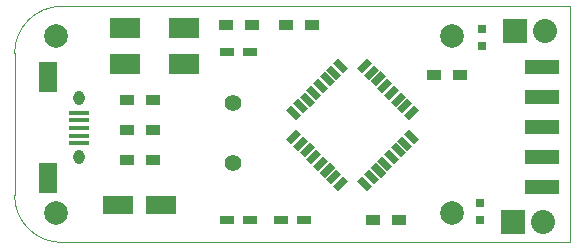
<source format=gbr>
G04 #@! TF.FileFunction,Soldermask,Top*
%FSLAX46Y46*%
G04 Gerber Fmt 4.6, Leading zero omitted, Abs format (unit mm)*
G04 Created by KiCad (PCBNEW (2015-01-16 BZR 5376)-product) date 9/24/2015 9:19:19 AM*
%MOMM*%
G01*
G04 APERTURE LIST*
%ADD10C,0.100000*%
%ADD11R,2.032000X2.032000*%
%ADD12O,2.032000X2.032000*%
%ADD13R,1.778000X0.400000*%
%ADD14O,0.950000X1.250000*%
%ADD15R,1.550000X2.500000*%
%ADD16C,2.000000*%
%ADD17R,1.200000X0.750000*%
%ADD18R,2.600960X1.600200*%
%ADD19R,0.797560X0.797560*%
%ADD20R,3.000000X1.200000*%
%ADD21R,1.200000X0.900000*%
%ADD22C,1.422400*%
%ADD23R,2.500000X1.800860*%
G04 APERTURE END LIST*
D10*
X110000000Y-86000000D02*
X153000000Y-86000000D01*
X106000000Y-90000000D02*
X106000000Y-102000000D01*
X110000000Y-106000000D02*
X153000000Y-106000000D01*
X106000000Y-102000000D02*
G75*
G03X110000000Y-106000000I4000000J0D01*
G01*
X110000000Y-86000000D02*
G75*
G03X106000000Y-90000000I0J-4000000D01*
G01*
X153000000Y-106000000D02*
X153000000Y-86000000D01*
D11*
X148336000Y-88138000D03*
D12*
X150876000Y-88138000D03*
D11*
X148209000Y-104267000D03*
D12*
X150749000Y-104267000D03*
D13*
X111500000Y-95000000D03*
X111500000Y-95650000D03*
X111500000Y-96300000D03*
X111500000Y-96950000D03*
X111500000Y-97600000D03*
D14*
X111500000Y-93800000D03*
X111500000Y-98800000D03*
D15*
X108800000Y-92000000D03*
X108800000Y-100500000D03*
D16*
X143000000Y-88500000D03*
X143000000Y-103500000D03*
X109500000Y-103500000D03*
X109500000Y-88500000D03*
D17*
X124018000Y-89916000D03*
X125918000Y-89916000D03*
X124018000Y-104140000D03*
X125918000Y-104140000D03*
X128590000Y-104140000D03*
X130490000Y-104140000D03*
D18*
X118386860Y-102870000D03*
X114785140Y-102870000D03*
D19*
X145542000Y-89395300D03*
X145542000Y-87896700D03*
X145415000Y-104127300D03*
X145415000Y-102628700D03*
D20*
X150622000Y-91186000D03*
X150622000Y-91186000D03*
X150622000Y-93726000D03*
X150622000Y-93726000D03*
X150622000Y-96266000D03*
X150622000Y-96266000D03*
X150622000Y-98806000D03*
X150622000Y-98806000D03*
X150622000Y-101346000D03*
X150622000Y-101346000D03*
D21*
X126068000Y-87630000D03*
X123868000Y-87630000D03*
X115486000Y-93980000D03*
X117686000Y-93980000D03*
X115486000Y-96520000D03*
X117686000Y-96520000D03*
X115486000Y-99060000D03*
X117686000Y-99060000D03*
X131148000Y-87630000D03*
X128948000Y-87630000D03*
D22*
X124460000Y-94234000D03*
X124460000Y-99314000D03*
D10*
G36*
X129422765Y-97673701D02*
X128998501Y-97249437D01*
X129847029Y-96400909D01*
X130271293Y-96825173D01*
X129422765Y-97673701D01*
X129422765Y-97673701D01*
G37*
G36*
X129988451Y-98239386D02*
X129564187Y-97815122D01*
X130412715Y-96966594D01*
X130836979Y-97390858D01*
X129988451Y-98239386D01*
X129988451Y-98239386D01*
G37*
G36*
X130554136Y-98805072D02*
X130129872Y-98380808D01*
X130978400Y-97532280D01*
X131402664Y-97956544D01*
X130554136Y-98805072D01*
X130554136Y-98805072D01*
G37*
G36*
X131119821Y-99370757D02*
X130695557Y-98946493D01*
X131544085Y-98097965D01*
X131968349Y-98522229D01*
X131119821Y-99370757D01*
X131119821Y-99370757D01*
G37*
G36*
X131685507Y-99936443D02*
X131261243Y-99512179D01*
X132109771Y-98663651D01*
X132534035Y-99087915D01*
X131685507Y-99936443D01*
X131685507Y-99936443D01*
G37*
G36*
X132251192Y-100502128D02*
X131826928Y-100077864D01*
X132675456Y-99229336D01*
X133099720Y-99653600D01*
X132251192Y-100502128D01*
X132251192Y-100502128D01*
G37*
G36*
X132816878Y-101067813D02*
X132392614Y-100643549D01*
X133241142Y-99795021D01*
X133665406Y-100219285D01*
X132816878Y-101067813D01*
X132816878Y-101067813D01*
G37*
G36*
X133382563Y-101633499D02*
X132958299Y-101209235D01*
X133806827Y-100360707D01*
X134231091Y-100784971D01*
X133382563Y-101633499D01*
X133382563Y-101633499D01*
G37*
G36*
X136281701Y-101209235D02*
X135857437Y-101633499D01*
X135008909Y-100784971D01*
X135433173Y-100360707D01*
X136281701Y-101209235D01*
X136281701Y-101209235D01*
G37*
G36*
X136847386Y-100643549D02*
X136423122Y-101067813D01*
X135574594Y-100219285D01*
X135998858Y-99795021D01*
X136847386Y-100643549D01*
X136847386Y-100643549D01*
G37*
G36*
X137413072Y-100077864D02*
X136988808Y-100502128D01*
X136140280Y-99653600D01*
X136564544Y-99229336D01*
X137413072Y-100077864D01*
X137413072Y-100077864D01*
G37*
G36*
X137978757Y-99512179D02*
X137554493Y-99936443D01*
X136705965Y-99087915D01*
X137130229Y-98663651D01*
X137978757Y-99512179D01*
X137978757Y-99512179D01*
G37*
G36*
X138544443Y-98946493D02*
X138120179Y-99370757D01*
X137271651Y-98522229D01*
X137695915Y-98097965D01*
X138544443Y-98946493D01*
X138544443Y-98946493D01*
G37*
G36*
X139110128Y-98380808D02*
X138685864Y-98805072D01*
X137837336Y-97956544D01*
X138261600Y-97532280D01*
X139110128Y-98380808D01*
X139110128Y-98380808D01*
G37*
G36*
X139675813Y-97815122D02*
X139251549Y-98239386D01*
X138403021Y-97390858D01*
X138827285Y-96966594D01*
X139675813Y-97815122D01*
X139675813Y-97815122D01*
G37*
G36*
X140241499Y-97249437D02*
X139817235Y-97673701D01*
X138968707Y-96825173D01*
X139392971Y-96400909D01*
X140241499Y-97249437D01*
X140241499Y-97249437D01*
G37*
G36*
X139392971Y-95623091D02*
X138968707Y-95198827D01*
X139817235Y-94350299D01*
X140241499Y-94774563D01*
X139392971Y-95623091D01*
X139392971Y-95623091D01*
G37*
G36*
X138827285Y-95057406D02*
X138403021Y-94633142D01*
X139251549Y-93784614D01*
X139675813Y-94208878D01*
X138827285Y-95057406D01*
X138827285Y-95057406D01*
G37*
G36*
X138261600Y-94491720D02*
X137837336Y-94067456D01*
X138685864Y-93218928D01*
X139110128Y-93643192D01*
X138261600Y-94491720D01*
X138261600Y-94491720D01*
G37*
G36*
X137695915Y-93926035D02*
X137271651Y-93501771D01*
X138120179Y-92653243D01*
X138544443Y-93077507D01*
X137695915Y-93926035D01*
X137695915Y-93926035D01*
G37*
G36*
X137130229Y-93360349D02*
X136705965Y-92936085D01*
X137554493Y-92087557D01*
X137978757Y-92511821D01*
X137130229Y-93360349D01*
X137130229Y-93360349D01*
G37*
G36*
X136564544Y-92794664D02*
X136140280Y-92370400D01*
X136988808Y-91521872D01*
X137413072Y-91946136D01*
X136564544Y-92794664D01*
X136564544Y-92794664D01*
G37*
G36*
X135998858Y-92228979D02*
X135574594Y-91804715D01*
X136423122Y-90956187D01*
X136847386Y-91380451D01*
X135998858Y-92228979D01*
X135998858Y-92228979D01*
G37*
G36*
X135433173Y-91663293D02*
X135008909Y-91239029D01*
X135857437Y-90390501D01*
X136281701Y-90814765D01*
X135433173Y-91663293D01*
X135433173Y-91663293D01*
G37*
G36*
X134231091Y-91239029D02*
X133806827Y-91663293D01*
X132958299Y-90814765D01*
X133382563Y-90390501D01*
X134231091Y-91239029D01*
X134231091Y-91239029D01*
G37*
G36*
X133665406Y-91804715D02*
X133241142Y-92228979D01*
X132392614Y-91380451D01*
X132816878Y-90956187D01*
X133665406Y-91804715D01*
X133665406Y-91804715D01*
G37*
G36*
X133099720Y-92370400D02*
X132675456Y-92794664D01*
X131826928Y-91946136D01*
X132251192Y-91521872D01*
X133099720Y-92370400D01*
X133099720Y-92370400D01*
G37*
G36*
X132534035Y-92936085D02*
X132109771Y-93360349D01*
X131261243Y-92511821D01*
X131685507Y-92087557D01*
X132534035Y-92936085D01*
X132534035Y-92936085D01*
G37*
G36*
X131968349Y-93501771D02*
X131544085Y-93926035D01*
X130695557Y-93077507D01*
X131119821Y-92653243D01*
X131968349Y-93501771D01*
X131968349Y-93501771D01*
G37*
G36*
X131402664Y-94067456D02*
X130978400Y-94491720D01*
X130129872Y-93643192D01*
X130554136Y-93218928D01*
X131402664Y-94067456D01*
X131402664Y-94067456D01*
G37*
G36*
X130836979Y-94633142D02*
X130412715Y-95057406D01*
X129564187Y-94208878D01*
X129988451Y-93784614D01*
X130836979Y-94633142D01*
X130836979Y-94633142D01*
G37*
G36*
X130271293Y-95198827D02*
X129847029Y-95623091D01*
X128998501Y-94774563D01*
X129422765Y-94350299D01*
X130271293Y-95198827D01*
X130271293Y-95198827D01*
G37*
D23*
X115356640Y-87884000D03*
X120355360Y-87884000D03*
X115356640Y-90932000D03*
X120355360Y-90932000D03*
D21*
X141521000Y-91821000D03*
X143721000Y-91821000D03*
X136314000Y-104140000D03*
X138514000Y-104140000D03*
M02*

</source>
